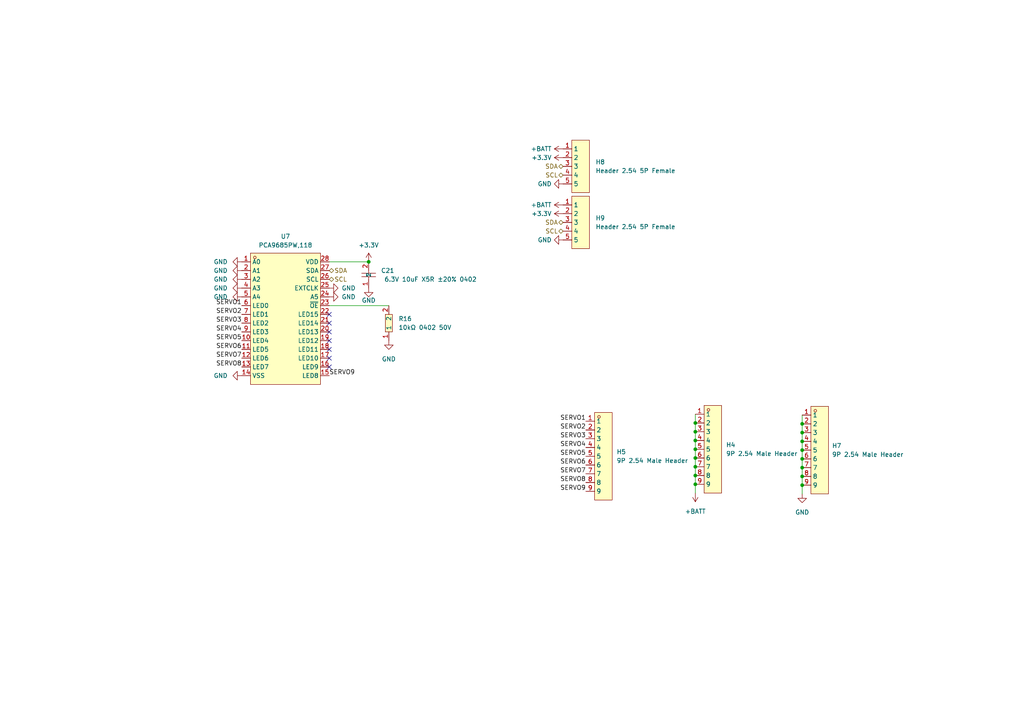
<source format=kicad_sch>
(kicad_sch (version 20211123) (generator eeschema)
  (paper "A4")
  (lib_symbols
    (symbol "easyeda2kicad: 6.3V 10uF X5R ±20% 0402"
      (property "Reference" "C" (at 0 5.08 0))
      (property "Value" " 6.3V 10uF X5R ±20% 0402" (at 0 -5.08 0))
      (symbol " 6.3V 10uF X5R ±20% 0402_0_1"
        (polyline (pts (xy -1.27 0) (xy -0.51 0)))
        (polyline (pts (xy -0.51 2.03) (xy -0.51 -2.03)))
        (polyline (pts (xy 0.51 0) (xy 1.27 0)))
        (polyline (pts (xy 0.51 2.03) (xy 0.51 -2.03)))
        (pin input line (at -3.81 0 0) (length 2.54) (name "1") (number "1"))
        (pin input line (at 3.81 0 180) (length 2.54) (name "2") (number "2"))
      )
    )
    (symbol "easyeda2kicad:10kΩ 0402 50V"
      (property "Reference" "R" (at 0 5.08 0))
      (property "Value" "10kΩ 0402 50V" (at 0 -5.08 0))
      (symbol "10kΩ 0402 50V_0_1"
        (rectangle (start -2.54 1.02) (end 2.54 -1.02) (fill (type background)))
        (pin input line (at -5.08 0 0) (length 2.54) (name "1") (number "1"))
        (pin input line (at 5.08 0 180) (length 2.54) (name "2") (number "2"))
      )
    )
    (symbol "easyeda2kicad:9P 2.54 Male Header"
      (property "Reference" "H" (at 0 15.24 0))
      (property "Value" "9P 2.54 Male Header" (at 0 -15.24 0))
      (symbol "9P 2.54 Male Header_0_1"
        (rectangle (start -2.54 12.7) (end 2.54 -12.7) (fill (type background)))
        (circle (center -1.27 11.43) (radius 0.38))
        (pin unspecified line (at -5.08 10.16 0) (length 2.54) (name "1") (number "1"))
        (pin unspecified line (at -5.08 7.62 0) (length 2.54) (name "2") (number "2"))
        (pin unspecified line (at -5.08 5.08 0) (length 2.54) (name "3") (number "3"))
        (pin unspecified line (at -5.08 2.54 0) (length 2.54) (name "4") (number "4"))
        (pin unspecified line (at -5.08 0 0) (length 2.54) (name "5") (number "5"))
        (pin unspecified line (at -5.08 -2.54 0) (length 2.54) (name "6") (number "6"))
        (pin unspecified line (at -5.08 -5.08 0) (length 2.54) (name "7") (number "7"))
        (pin unspecified line (at -5.08 -7.62 0) (length 2.54) (name "8") (number "8"))
        (pin unspecified line (at -5.08 -10.16 0) (length 2.54) (name "9") (number "9"))
      )
    )
    (symbol "easyeda2kicad:Header 2.54 5P Female"
      (property "Reference" "H" (at 0 10.16 0))
      (property "Value" "Header 2.54 5P Female" (at 0 -10.16 0))
      (symbol "Header 2.54 5P Female_0_1"
        (rectangle (start -1.27 7.62) (end 3.81 -7.62) (fill (type background)))
        (pin input line (at -3.81 5.08 0) (length 2.54) (name "1") (number "1"))
        (pin input line (at -3.81 2.54 0) (length 2.54) (name "2") (number "2"))
        (pin input line (at -3.81 0 0) (length 2.54) (name "3") (number "3"))
        (pin input line (at -3.81 -2.54 0) (length 2.54) (name "4") (number "4"))
        (pin input line (at -3.81 -5.08 0) (length 2.54) (name "5") (number "5"))
      )
    )
    (symbol "easyeda2kicad:PCA9685PW,118"
      (property "Reference" "U" (at 0 21.59 0))
      (property "Value" "PCA9685PW,118" (at 0 -21.59 0))
      (symbol "PCA9685PW,118_0_1"
        (rectangle (start -10.16 19.05) (end 10.16 -19.05) (fill (type background)))
        (circle (center -8.89 17.78) (radius 0.38))
        (pin unspecified line (at -12.7 16.51 0) (length 2.54) (name "A0") (number "1"))
        (pin unspecified line (at -12.7 -6.35 0) (length 2.54) (name "LED4") (number "10"))
        (pin unspecified line (at -12.7 -8.89 0) (length 2.54) (name "LED5") (number "11"))
        (pin unspecified line (at -12.7 -11.43 0) (length 2.54) (name "LED6") (number "12"))
        (pin unspecified line (at -12.7 -13.97 0) (length 2.54) (name "LED7") (number "13"))
        (pin unspecified line (at -12.7 -16.51 0) (length 2.54) (name "VSS") (number "14"))
        (pin unspecified line (at 12.7 -16.51 180) (length 2.54) (name "LED8") (number "15"))
        (pin unspecified line (at 12.7 -13.97 180) (length 2.54) (name "LED9") (number "16"))
        (pin unspecified line (at 12.7 -11.43 180) (length 2.54) (name "LED10") (number "17"))
        (pin unspecified line (at 12.7 -8.89 180) (length 2.54) (name "LED11") (number "18"))
        (pin unspecified line (at 12.7 -6.35 180) (length 2.54) (name "LED12") (number "19"))
        (pin unspecified line (at -12.7 13.97 0) (length 2.54) (name "A1") (number "2"))
        (pin unspecified line (at 12.7 -3.81 180) (length 2.54) (name "LED13") (number "20"))
        (pin unspecified line (at 12.7 -1.27 180) (length 2.54) (name "LED14") (number "21"))
        (pin unspecified line (at 12.7 1.27 180) (length 2.54) (name "LED15") (number "22"))
        (pin unspecified line (at 12.7 3.81 180) (length 2.54) (name "~{OE}") (number "23"))
        (pin unspecified line (at 12.7 6.35 180) (length 2.54) (name "A5") (number "24"))
        (pin unspecified line (at 12.7 8.89 180) (length 2.54) (name "EXTCLK") (number "25"))
        (pin unspecified line (at 12.7 11.43 180) (length 2.54) (name "SCL") (number "26"))
        (pin unspecified line (at 12.7 13.97 180) (length 2.54) (name "SDA") (number "27"))
        (pin unspecified line (at 12.7 16.51 180) (length 2.54) (name "VDD") (number "28"))
        (pin unspecified line (at -12.7 11.43 0) (length 2.54) (name "A2") (number "3"))
        (pin unspecified line (at -12.7 8.89 0) (length 2.54) (name "A3") (number "4"))
        (pin unspecified line (at -12.7 6.35 0) (length 2.54) (name "A4") (number "5"))
        (pin unspecified line (at -12.7 3.81 0) (length 2.54) (name "LED0") (number "6"))
        (pin unspecified line (at -12.7 1.27 0) (length 2.54) (name "LED1") (number "7"))
        (pin unspecified line (at -12.7 -1.27 0) (length 2.54) (name "LED2") (number "8"))
        (pin unspecified line (at -12.7 -3.81 0) (length 2.54) (name "LED3") (number "9"))
      )
    )
    (symbol "power:+3.3V" (power) (pin_names (offset 0))
      (property "Value" "+3.3V" (at 0 3.556 0))
      (symbol "+3.3V_0_1"
        (polyline (pts (xy -0.762 1.27) (xy 0 2.54)))
        (polyline (pts (xy 0 0) (xy 0 2.54)))
        (polyline (pts (xy 0 2.54) (xy 0.762 1.27)))
      )
      (symbol "+3.3V_1_1"
        (pin power_in line (at 0 0 90) (length 0) hide (name "+3.3V") (number "1"))
      )
    )
    (symbol "power:+BATT" (power) (pin_names (offset 0))
      (property "Value" "+BATT" (at 0 3.556 0))
      (symbol "+BATT_0_1"
        (polyline (pts (xy -0.762 1.27) (xy 0 2.54)))
        (polyline (pts (xy 0 0) (xy 0 2.54)))
        (polyline (pts (xy 0 2.54) (xy 0.762 1.27)))
      )
      (symbol "+BATT_1_1"
        (pin power_in line (at 0 0 90) (length 0) hide (name "+BATT") (number "1"))
      )
    )
    (symbol "power:GND" (power) (pin_names (offset 0))
      (property "Value" "GND" (at 0 -3.81 0))
      (symbol "GND_0_1"
        (polyline (pts (xy 0 0) (xy 0 -1.27) (xy 1.27 -1.27) (xy 0 -2.54) (xy -1.27 -1.27) (xy 0 -1.27)))
      )
      (symbol "GND_1_1"
        (pin power_in line (at 0 0 270) (length 0) hide (name "GND") (number "1"))
      )
    )
  )
  (junction (at 201.676 125.222))
  (junction (at 232.664 140.716))
  (junction (at 232.664 138.176))
  (junction (at 201.676 122.682))
  (junction (at 232.664 130.556))
  (junction (at 232.664 128.016))
  (junction (at 232.664 135.636))
  (junction (at 201.676 140.462))
  (junction (at 232.664 133.096))
  (junction (at 106.934 75.946))
  (junction (at 201.676 127.762))
  (junction (at 232.664 122.936))
  (junction (at 201.676 135.382))
  (junction (at 201.676 132.842))
  (junction (at 201.676 130.302))
  (junction (at 201.676 137.922))
  (junction (at 232.664 125.476))
  (no_connect (at 95.504 101.346))
  (no_connect (at 95.504 96.266))
  (no_connect (at 95.504 103.886))
  (no_connect (at 95.504 91.186))
  (no_connect (at 95.504 98.806))
  (no_connect (at 95.504 106.426))
  (no_connect (at 95.504 93.726))
  (wire (pts (xy 201.676 127.762) (xy 201.676 130.302)))
  (wire (pts (xy 201.676 130.302) (xy 201.676 132.842)))
  (wire (pts (xy 201.676 125.222) (xy 201.676 127.762)))
  (wire (pts (xy 232.664 122.936) (xy 232.664 125.476)))
  (wire (pts (xy 95.504 75.946) (xy 106.934 75.946)))
  (wire (pts (xy 232.664 138.176) (xy 232.664 140.716)))
  (wire (pts (xy 201.676 132.842) (xy 201.676 135.382)))
  (wire (pts (xy 201.676 122.682) (xy 201.676 125.222)))
  (wire (pts (xy 201.676 140.462) (xy 201.676 143.002)))
  (wire (pts (xy 232.664 125.476) (xy 232.664 128.016)))
  (wire (pts (xy 232.664 135.636) (xy 232.664 138.176)))
  (wire (pts (xy 232.664 128.016) (xy 232.664 130.556)))
  (wire (pts (xy 201.676 137.922) (xy 201.676 140.462)))
  (wire (pts (xy 232.664 133.096) (xy 232.664 135.636)))
  (wire (pts (xy 201.676 135.382) (xy 201.676 137.922)))
  (wire (pts (xy 95.504 88.646) (xy 112.776 88.646)))
  (wire (pts (xy 201.676 120.142) (xy 201.676 122.682)))
  (wire (pts (xy 232.664 130.556) (xy 232.664 133.096)))
  (wire (pts (xy 232.664 120.396) (xy 232.664 122.936)))
  (wire (pts (xy 232.664 140.716) (xy 232.664 143.256)))
  (label "SERVO7" (at 70.104 103.886 180))
  (label "SERVO2" (at 169.926 124.714 180))
  (label "SERVO7" (at 169.926 137.414 180))
  (label "SERVO9" (at 95.504 108.966 0))
  (label "SERVO6" (at 169.926 134.874 180))
  (label "SERVO5" (at 70.104 98.806 180))
  (label "SERVO1" (at 169.926 122.174 180))
  (label "SERVO8" (at 169.926 139.954 180))
  (label "SERVO4" (at 70.104 96.266 180))
  (label "SERVO4" (at 169.926 129.794 180))
  (label "SERVO9" (at 169.926 142.494 180))
  (label "SERVO3" (at 70.104 93.726 180))
  (label "SERVO6" (at 70.104 101.346 180))
  (label "SERVO1" (at 70.104 88.646 180))
  (label "SERVO5" (at 169.926 132.334 180))
  (label "SERVO2" (at 70.104 91.186 180))
  (label "SERVO3" (at 169.926 127.254 180))
  (label "SERVO8" (at 70.104 106.426 180))
  (hierarchical_label "SDA" (shape bidirectional) (at 95.504 78.486 0))
  (hierarchical_label "SCL" (shape bidirectional) (at 163.322 67.056 180))
  (hierarchical_label "SDA" (shape bidirectional) (at 163.322 48.26 180))
  (hierarchical_label "SDA" (shape bidirectional) (at 163.322 64.516 180))
  (hierarchical_label "SCL" (shape bidirectional) (at 163.322 50.8 180))
  (hierarchical_label "SCL" (shape bidirectional) (at 95.504 81.026 0))
  (symbol (lib_id "power:GND") (at 112.776 98.806 0) (unit 1)
    (property "Reference" "#PWR065" (effects hide))
    (property "Value" "GND" (at 112.776 104.14 0))
  )
  (symbol (lib_id "power:GND") (at 70.104 81.026 270) (unit 1)
    (property "Reference" "#PWR059" (effects hide))
    (property "Value" "GND" (at 66.04 81.0259 90) (effects (justify right)))
  )
  (symbol (lib_id "easyeda2kicad:9P 2.54 Male Header") (at 175.006 132.334 0) (unit 1)
    (property "Reference" "H5" (at 178.816 131.0639 0) (effects (justify left)))
    (property "Value" "9P 2.54 Male Header" (at 178.816 133.6039 0) (effects (justify left)))
    (property "Footprint" "easyeda2kicad:HDR-TH_9P-P2.54-V-M" (effects hide))
    (property "Datasheet" "https://lcsc.com/product-detail/New-Arrivals_XFCN-PZ254V-11-09P_C492408.html" (effects hide))
    (property "Manufacturer" "XFCN(兴飞)" (effects hide))
    (property "LCSC Part" "C492408" (effects hide))
    (property "JLC Part" "Extended Part" (effects hide))
  )
  (symbol (lib_id "power:GND") (at 70.104 86.106 270) (unit 1)
    (property "Reference" "#PWR063" (effects hide))
    (property "Value" "GND" (at 66.04 86.1059 90) (effects (justify right)))
  )
  (symbol (lib_id "power:+BATT") (at 163.322 59.436 90) (unit 1)
    (property "Reference" "#PWR053" (effects hide))
    (property "Value" "+BATT" (at 160.02 59.4359 90) (effects (justify left)))
  )
  (symbol (lib_id "power:GND") (at 70.104 78.486 270) (unit 1)
    (property "Reference" "#PWR058" (effects hide))
    (property "Value" "GND" (at 66.04 78.4859 90) (effects (justify right)))
  )
  (symbol (lib_id "power:+3.3V") (at 163.322 45.72 90) (unit 1)
    (property "Reference" "#PWR051" (effects hide))
    (property "Value" "+3.3V" (at 160.02 45.7199 90) (effects (justify left)))
  )
  (symbol (lib_id "power:GND") (at 106.934 83.566 0) (unit 1)
    (property "Reference" "#PWR062" (effects hide))
    (property "Value" "GND" (at 106.934 87.122 0))
  )
  (symbol (lib_id "easyeda2kicad:10kΩ 0402 50V") (at 112.776 93.726 90) (unit 1)
    (property "Reference" "R16" (at 115.57 92.4559 90) (effects (justify right)))
    (property "Value" "10kΩ 0402 50V" (at 115.57 94.9959 90) (effects (justify right)))
    (property "Footprint" "easyeda2kicad:R0402" (effects hide))
    (property "Datasheet" "https://lcsc.com/product-detail/Chip-Resistor-Surface-Mount-UniOhm_10KR-1002-1_C25744.html" (effects hide))
    (property "Manufacturer" "UNI-ROYAL(厚声)" (effects hide))
    (property "LCSC Part" "C25744" (effects hide))
    (property "JLC Part" "Basic Part" (effects hide))
  )
  (symbol (lib_id "power:GND") (at 70.104 75.946 270) (unit 1)
    (property "Reference" "#PWR056" (effects hide))
    (property "Value" "GND" (at 66.04 75.9459 90) (effects (justify right)))
  )
  (symbol (lib_id "easyeda2kicad:Header 2.54 5P Female") (at 167.132 64.516 0) (unit 1)
    (property "Reference" "H9" (at 172.72 63.2459 0) (effects (justify left)))
    (property "Value" "Header 2.54 5P Female" (at 172.72 65.7859 0) (effects (justify left)))
    (property "Footprint" "easyeda2kicad:HDR-TH_5P-P2.54-V-F" (effects hide))
    (property "Datasheet" "https://lcsc.com/product-detail/Female-Header_2-54mm-1-5p-Female-header_C50950.html" (effects hide))
    (property "Manufacturer" "BOOMELE(博穆精密)" (effects hide))
    (property "LCSC Part" "C50950" (effects hide))
    (property "JLC Part" "Extended Part" (effects hide))
  )
  (symbol (lib_id "power:GND") (at 163.322 69.596 270) (unit 1)
    (property "Reference" "#PWR055" (effects hide))
    (property "Value" "GND" (at 160.02 69.5959 90) (effects (justify right)))
  )
  (symbol (lib_id "power:GND") (at 70.104 83.566 270) (unit 1)
    (property "Reference" "#PWR060" (effects hide))
    (property "Value" "GND" (at 66.04 83.5659 90) (effects (justify right)))
  )
  (symbol (lib_id "power:+3.3V") (at 163.322 61.976 90) (unit 1)
    (property "Reference" "#PWR054" (effects hide))
    (property "Value" "+3.3V" (at 160.02 61.9759 90) (effects (justify left)))
  )
  (symbol (lib_id "power:GND") (at 232.664 143.256 0) (unit 1)
    (property "Reference" "#PWR068" (effects hide))
    (property "Value" "GND" (at 232.664 148.59 0))
  )
  (symbol (lib_id "power:GND") (at 163.322 53.34 270) (unit 1)
    (property "Reference" "#PWR052" (effects hide))
    (property "Value" "GND" (at 160.02 53.3399 90) (effects (justify right)))
  )
  (symbol (lib_id "easyeda2kicad:9P 2.54 Male Header") (at 206.756 130.302 0) (unit 1)
    (property "Reference" "H4" (at 210.566 129.0319 0) (effects (justify left)))
    (property "Value" "9P 2.54 Male Header" (at 210.566 131.5719 0) (effects (justify left)))
    (property "Footprint" "easyeda2kicad:HDR-TH_9P-P2.54-V-M" (effects hide))
    (property "Datasheet" "https://lcsc.com/product-detail/New-Arrivals_XFCN-PZ254V-11-09P_C492408.html" (effects hide))
    (property "Manufacturer" "XFCN(兴飞)" (effects hide))
    (property "LCSC Part" "C492408" (effects hide))
    (property "JLC Part" "Extended Part" (effects hide))
  )
  (symbol (lib_id "easyeda2kicad:Header 2.54 5P Female") (at 167.132 48.26 0) (unit 1)
    (property "Reference" "H8" (at 172.72 46.9899 0) (effects (justify left)))
    (property "Value" "Header 2.54 5P Female" (at 172.72 49.5299 0) (effects (justify left)))
    (property "Footprint" "easyeda2kicad:HDR-TH_5P-P2.54-V-F" (effects hide))
    (property "Datasheet" "https://lcsc.com/product-detail/Female-Header_2-54mm-1-5p-Female-header_C50950.html" (effects hide))
    (property "Manufacturer" "BOOMELE(博穆精密)" (effects hide))
    (property "LCSC Part" "C50950" (effects hide))
    (property "JLC Part" "Extended Part" (effects hide))
  )
  (symbol (lib_id "easyeda2kicad:9P 2.54 Male Header") (at 237.744 130.556 0) (unit 1)
    (property "Reference" "H7" (at 241.3 129.2859 0) (effects (justify left)))
    (property "Value" "9P 2.54 Male Header" (at 241.3 131.8259 0) (effects (justify left)))
    (property "Footprint" "easyeda2kicad:HDR-TH_9P-P2.54-V-M" (effects hide))
    (property "Datasheet" "https://lcsc.com/product-detail/New-Arrivals_XFCN-PZ254V-11-09P_C492408.html" (effects hide))
    (property "Manufacturer" "XFCN(兴飞)" (effects hide))
    (property "LCSC Part" "C492408" (effects hide))
    (property "JLC Part" "Extended Part" (effects hide))
  )
  (symbol (lib_id "easyeda2kicad: 6.3V 10uF X5R ±20% 0402") (at 106.934 79.756 90) (unit 1)
    (property "Reference" "C21" (at 110.49 78.4859 90) (effects (justify right)))
    (property "Value" " 6.3V 10uF X5R ±20% 0402" (at 110.49 81.0259 90) (effects (justify right)))
    (property "Footprint" "easyeda2kicad:C0402" (effects hide))
    (property "Datasheet" "https://lcsc.com/product-detail/Multilayer-Ceramic-Capacitors-MLCC-SMD-SMT_SAMSUNG_CL05A106MQ5NUNC_10uF-106-20-6-3V_C15525.html" (effects hide))
    (property "Manufacturer" "SAMSUNG(三星)" (effects hide))
    (property "LCSC Part" "C15525" (effects hide))
    (property "JLC Part" "Basic Part" (effects hide))
  )
  (symbol (lib_id "power:GND") (at 70.104 108.966 270) (unit 1)
    (property "Reference" "#PWR066" (effects hide))
    (property "Value" "GND" (at 66.04 108.9659 90) (effects (justify right)))
  )
  (symbol (lib_id "power:+BATT") (at 201.676 143.002 180) (unit 1)
    (property "Reference" "#PWR067" (effects hide))
    (property "Value" "+BATT" (at 201.676 148.336 0))
  )
  (symbol (lib_id "power:GND") (at 95.504 86.106 90) (unit 1)
    (property "Reference" "#PWR064" (effects hide))
    (property "Value" "GND" (at 99.06 86.1059 90) (effects (justify right)))
  )
  (symbol (lib_id "power:+3.3V") (at 106.934 75.946 0) (unit 1)
    (property "Reference" "#PWR057" (effects hide))
    (property "Value" "+3.3V" (at 106.934 71.12 0))
  )
  (symbol (lib_id "easyeda2kicad:PCA9685PW,118") (at 82.804 92.456 0) (unit 1)
    (property "Reference" "U7" (at 82.804 68.58 0))
    (property "Value" "PCA9685PW,118" (at 82.804 71.12 0))
    (property "Footprint" "easyeda2kicad:TSSOP-28_L9.7-W4.4-P0.65-LS6.4-TL" (effects hide))
    (property "Manufacturer" "NXP(恩智浦)" (effects hide))
    (property "LCSC Part" "C2678753" (effects hide))
    (property "JLC Part" "Extended Part" (effects hide))
  )
  (symbol (lib_id "power:GND") (at 95.504 83.566 90) (unit 1)
    (property "Reference" "#PWR061" (effects hide))
    (property "Value" "GND" (at 99.06 83.5659 90) (effects (justify right)))
  )
  (symbol (lib_id "power:+BATT") (at 163.322 43.18 90) (unit 1)
    (property "Reference" "#PWR050" (effects hide))
    (property "Value" "+BATT" (at 160.02 43.1799 90) (effects (justify left)))
  )
)
</source>
